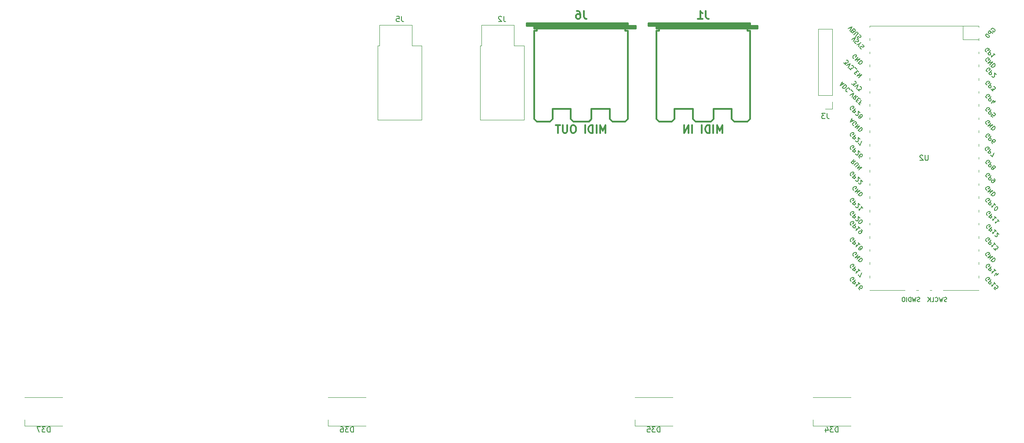
<source format=gbr>
%TF.GenerationSoftware,KiCad,Pcbnew,(6.0.10-0)*%
%TF.CreationDate,2022-12-28T18:35:22+01:00*%
%TF.ProjectId,seeq,73656571-2e6b-4696-9361-645f70636258,rev?*%
%TF.SameCoordinates,Original*%
%TF.FileFunction,Legend,Bot*%
%TF.FilePolarity,Positive*%
%FSLAX46Y46*%
G04 Gerber Fmt 4.6, Leading zero omitted, Abs format (unit mm)*
G04 Created by KiCad (PCBNEW (6.0.10-0)) date 2022-12-28 18:35:22*
%MOMM*%
%LPD*%
G01*
G04 APERTURE LIST*
%ADD10C,0.150000*%
%ADD11C,0.300000*%
%ADD12C,0.120000*%
%ADD13C,0.304800*%
G04 APERTURE END LIST*
D10*
%TO.C,U2*%
X215391904Y-51522380D02*
X215391904Y-52331904D01*
X215344285Y-52427142D01*
X215296666Y-52474761D01*
X215201428Y-52522380D01*
X215010952Y-52522380D01*
X214915714Y-52474761D01*
X214868095Y-52427142D01*
X214820476Y-52331904D01*
X214820476Y-51522380D01*
X214391904Y-51617619D02*
X214344285Y-51570000D01*
X214249047Y-51522380D01*
X214010952Y-51522380D01*
X213915714Y-51570000D01*
X213868095Y-51617619D01*
X213820476Y-51712857D01*
X213820476Y-51808095D01*
X213868095Y-51950952D01*
X214439523Y-52522380D01*
X213820476Y-52522380D01*
X226743096Y-40518781D02*
X226662284Y-40491844D01*
X226581471Y-40411032D01*
X226527597Y-40303282D01*
X226527597Y-40195532D01*
X226554534Y-40114720D01*
X226635346Y-39980033D01*
X226716158Y-39899221D01*
X226850845Y-39818409D01*
X226931658Y-39791471D01*
X227039407Y-39791471D01*
X227147157Y-39845346D01*
X227201032Y-39899221D01*
X227254906Y-40006971D01*
X227254906Y-40060845D01*
X227066345Y-40249407D01*
X226958595Y-40141658D01*
X227551218Y-40249407D02*
X226985532Y-40815093D01*
X227201032Y-41030592D01*
X227281844Y-41057529D01*
X227335719Y-41057529D01*
X227416531Y-41030592D01*
X227497343Y-40949780D01*
X227524280Y-40868967D01*
X227524280Y-40815093D01*
X227497343Y-40734280D01*
X227281844Y-40518781D01*
X227982216Y-41434653D02*
X228359340Y-41057529D01*
X227632030Y-41515465D02*
X227901404Y-40976717D01*
X228251590Y-41326903D01*
X200619722Y-60579407D02*
X200538910Y-60552470D01*
X200458097Y-60471658D01*
X200404223Y-60363908D01*
X200404223Y-60256158D01*
X200431160Y-60175346D01*
X200511972Y-60040659D01*
X200592784Y-59959847D01*
X200727471Y-59879035D01*
X200808284Y-59852097D01*
X200916033Y-59852097D01*
X201023783Y-59905972D01*
X201077658Y-59959847D01*
X201131532Y-60067597D01*
X201131532Y-60121471D01*
X200942971Y-60310033D01*
X200835221Y-60202284D01*
X201427844Y-60310033D02*
X200862158Y-60875719D01*
X201077658Y-61091218D01*
X201158470Y-61118155D01*
X201212345Y-61118155D01*
X201293157Y-61091218D01*
X201373969Y-61010406D01*
X201400906Y-60929593D01*
X201400906Y-60875719D01*
X201373969Y-60794906D01*
X201158470Y-60579407D01*
X201454781Y-61360592D02*
X201454781Y-61414467D01*
X201481719Y-61495279D01*
X201616406Y-61629966D01*
X201697218Y-61656903D01*
X201751093Y-61656903D01*
X201831905Y-61629966D01*
X201885780Y-61576091D01*
X201939654Y-61468341D01*
X201939654Y-60821844D01*
X202289841Y-61172030D01*
X202828589Y-61710778D02*
X202505340Y-61387529D01*
X202666964Y-61549154D02*
X202101279Y-62114839D01*
X202128216Y-61980152D01*
X202128216Y-61872402D01*
X202101279Y-61791590D01*
X226743096Y-55758781D02*
X226662284Y-55731844D01*
X226581471Y-55651032D01*
X226527597Y-55543282D01*
X226527597Y-55435532D01*
X226554534Y-55354720D01*
X226635346Y-55220033D01*
X226716158Y-55139221D01*
X226850845Y-55058409D01*
X226931658Y-55031471D01*
X227039407Y-55031471D01*
X227147157Y-55085346D01*
X227201032Y-55139221D01*
X227254906Y-55246971D01*
X227254906Y-55300845D01*
X227066345Y-55489407D01*
X226958595Y-55381658D01*
X227551218Y-55489407D02*
X226985532Y-56055093D01*
X227201032Y-56270592D01*
X227281844Y-56297529D01*
X227335719Y-56297529D01*
X227416531Y-56270592D01*
X227497343Y-56189780D01*
X227524280Y-56108967D01*
X227524280Y-56055093D01*
X227497343Y-55974280D01*
X227281844Y-55758781D01*
X228143841Y-56082030D02*
X228251590Y-56189780D01*
X228278528Y-56270592D01*
X228278528Y-56324467D01*
X228251590Y-56459154D01*
X228170778Y-56593841D01*
X227955279Y-56809340D01*
X227874467Y-56836277D01*
X227820592Y-56836277D01*
X227739780Y-56809340D01*
X227632030Y-56701590D01*
X227605093Y-56620778D01*
X227605093Y-56566903D01*
X227632030Y-56486091D01*
X227766717Y-56351404D01*
X227847529Y-56324467D01*
X227901404Y-56324467D01*
X227982216Y-56351404D01*
X228089966Y-56459154D01*
X228116903Y-56539966D01*
X228116903Y-56593841D01*
X228089966Y-56674653D01*
X201468375Y-52666564D02*
X201010439Y-52747377D01*
X201145126Y-52343316D02*
X200579441Y-52909001D01*
X200794940Y-53124500D01*
X200875752Y-53151438D01*
X200929627Y-53151438D01*
X201010439Y-53124500D01*
X201091251Y-53043688D01*
X201118189Y-52962876D01*
X201118189Y-52909001D01*
X201091251Y-52828189D01*
X200875752Y-52612690D01*
X201145126Y-53474687D02*
X201603062Y-53016751D01*
X201683874Y-52989813D01*
X201737749Y-52989813D01*
X201818561Y-53016751D01*
X201926311Y-53124500D01*
X201953248Y-53205312D01*
X201953248Y-53259187D01*
X201926311Y-53339999D01*
X201468375Y-53797935D01*
X202303435Y-53501624D02*
X201737749Y-54067309D01*
X202626683Y-53824873D01*
X202060998Y-54390558D01*
X226716158Y-58271844D02*
X226635346Y-58244906D01*
X226554534Y-58164094D01*
X226500659Y-58056345D01*
X226500659Y-57948595D01*
X226527597Y-57867783D01*
X226608409Y-57733096D01*
X226689221Y-57652284D01*
X226823908Y-57571471D01*
X226904720Y-57544534D01*
X227012470Y-57544534D01*
X227120219Y-57598409D01*
X227174094Y-57652284D01*
X227227969Y-57760033D01*
X227227969Y-57813908D01*
X227039407Y-58002470D01*
X226931658Y-57894720D01*
X227524280Y-58002470D02*
X226958595Y-58568155D01*
X227847529Y-58325719D01*
X227281844Y-58891404D01*
X228116903Y-58595093D02*
X227551218Y-59160778D01*
X227685905Y-59295465D01*
X227793654Y-59349340D01*
X227901404Y-59349340D01*
X227982216Y-59322402D01*
X228116903Y-59241590D01*
X228197715Y-59160778D01*
X228278528Y-59026091D01*
X228305465Y-58945279D01*
X228305465Y-58837529D01*
X228251590Y-58729780D01*
X228116903Y-58595093D01*
X201116158Y-32871844D02*
X201035346Y-32844906D01*
X200954534Y-32764094D01*
X200900659Y-32656345D01*
X200900659Y-32548595D01*
X200927597Y-32467783D01*
X201008409Y-32333096D01*
X201089221Y-32252284D01*
X201223908Y-32171471D01*
X201304720Y-32144534D01*
X201412470Y-32144534D01*
X201520219Y-32198409D01*
X201574094Y-32252284D01*
X201627969Y-32360033D01*
X201627969Y-32413908D01*
X201439407Y-32602470D01*
X201331658Y-32494720D01*
X201924280Y-32602470D02*
X201358595Y-33168155D01*
X202247529Y-32925719D01*
X201681844Y-33491404D01*
X202516903Y-33195093D02*
X201951218Y-33760778D01*
X202085905Y-33895465D01*
X202193654Y-33949340D01*
X202301404Y-33949340D01*
X202382216Y-33922402D01*
X202516903Y-33841590D01*
X202597715Y-33760778D01*
X202678528Y-33626091D01*
X202705465Y-33545279D01*
X202705465Y-33437529D01*
X202651590Y-33329780D01*
X202516903Y-33195093D01*
X226873722Y-63109407D02*
X226792910Y-63082470D01*
X226712097Y-63001658D01*
X226658223Y-62893908D01*
X226658223Y-62786158D01*
X226685160Y-62705346D01*
X226765972Y-62570659D01*
X226846784Y-62489847D01*
X226981471Y-62409035D01*
X227062284Y-62382097D01*
X227170033Y-62382097D01*
X227277783Y-62435972D01*
X227331658Y-62489847D01*
X227385532Y-62597597D01*
X227385532Y-62651471D01*
X227196971Y-62840033D01*
X227089221Y-62732284D01*
X227681844Y-62840033D02*
X227116158Y-63405719D01*
X227331658Y-63621218D01*
X227412470Y-63648155D01*
X227466345Y-63648155D01*
X227547157Y-63621218D01*
X227627969Y-63540406D01*
X227654906Y-63459593D01*
X227654906Y-63405719D01*
X227627969Y-63324906D01*
X227412470Y-63109407D01*
X228543841Y-63702030D02*
X228220592Y-63378781D01*
X228382216Y-63540406D02*
X227816531Y-64106091D01*
X227843468Y-63971404D01*
X227843468Y-63863654D01*
X227816531Y-63782842D01*
X229082589Y-64240778D02*
X228759340Y-63917529D01*
X228920964Y-64079154D02*
X228355279Y-64644839D01*
X228382216Y-64510152D01*
X228382216Y-64402402D01*
X228355279Y-64321590D01*
X199152131Y-33711691D02*
X199502317Y-34061877D01*
X199529255Y-33657816D01*
X199610067Y-33738629D01*
X199690879Y-33765566D01*
X199744754Y-33765566D01*
X199825566Y-33738629D01*
X199960253Y-33603942D01*
X199987190Y-33523129D01*
X199987190Y-33469255D01*
X199960253Y-33388442D01*
X199798629Y-33226818D01*
X199717816Y-33199881D01*
X199663942Y-33199881D01*
X199663942Y-34223502D02*
X200418189Y-33846378D01*
X200041065Y-34600625D01*
X200175752Y-34735312D02*
X200525938Y-35085499D01*
X200552876Y-34681438D01*
X200633688Y-34762250D01*
X200714500Y-34789187D01*
X200768375Y-34789187D01*
X200849187Y-34762250D01*
X200983874Y-34627563D01*
X201010812Y-34546751D01*
X201010812Y-34492876D01*
X200983874Y-34412064D01*
X200822250Y-34250439D01*
X200741438Y-34223502D01*
X200687563Y-34223502D01*
X201253248Y-34573688D02*
X201684247Y-35004687D01*
X201468748Y-35489560D02*
X201657309Y-35678122D01*
X202034433Y-35462622D02*
X201765059Y-35193248D01*
X201199374Y-35758934D01*
X201468748Y-36028308D01*
X202276870Y-35705059D02*
X201711184Y-36270744D01*
X202600118Y-36028308D01*
X202034433Y-36593993D01*
X201116158Y-58271844D02*
X201035346Y-58244906D01*
X200954534Y-58164094D01*
X200900659Y-58056345D01*
X200900659Y-57948595D01*
X200927597Y-57867783D01*
X201008409Y-57733096D01*
X201089221Y-57652284D01*
X201223908Y-57571471D01*
X201304720Y-57544534D01*
X201412470Y-57544534D01*
X201520219Y-57598409D01*
X201574094Y-57652284D01*
X201627969Y-57760033D01*
X201627969Y-57813908D01*
X201439407Y-58002470D01*
X201331658Y-57894720D01*
X201924280Y-58002470D02*
X201358595Y-58568155D01*
X202247529Y-58325719D01*
X201681844Y-58891404D01*
X202516903Y-58595093D02*
X201951218Y-59160778D01*
X202085905Y-59295465D01*
X202193654Y-59349340D01*
X202301404Y-59349340D01*
X202382216Y-59322402D01*
X202516903Y-59241590D01*
X202597715Y-59160778D01*
X202678528Y-59026091D01*
X202705465Y-58945279D01*
X202705465Y-58837529D01*
X202651590Y-58729780D01*
X202516903Y-58595093D01*
X200619722Y-73269407D02*
X200538910Y-73242470D01*
X200458097Y-73161658D01*
X200404223Y-73053908D01*
X200404223Y-72946158D01*
X200431160Y-72865346D01*
X200511972Y-72730659D01*
X200592784Y-72649847D01*
X200727471Y-72569035D01*
X200808284Y-72542097D01*
X200916033Y-72542097D01*
X201023783Y-72595972D01*
X201077658Y-72649847D01*
X201131532Y-72757597D01*
X201131532Y-72811471D01*
X200942971Y-73000033D01*
X200835221Y-72892284D01*
X201427844Y-73000033D02*
X200862158Y-73565719D01*
X201077658Y-73781218D01*
X201158470Y-73808155D01*
X201212345Y-73808155D01*
X201293157Y-73781218D01*
X201373969Y-73700406D01*
X201400906Y-73619593D01*
X201400906Y-73565719D01*
X201373969Y-73484906D01*
X201158470Y-73269407D01*
X202289841Y-73862030D02*
X201966592Y-73538781D01*
X202128216Y-73700406D02*
X201562531Y-74266091D01*
X201589468Y-74131404D01*
X201589468Y-74023654D01*
X201562531Y-73942842D01*
X201912717Y-74616277D02*
X202289841Y-74993401D01*
X202613089Y-74185279D01*
X226873722Y-65649407D02*
X226792910Y-65622470D01*
X226712097Y-65541658D01*
X226658223Y-65433908D01*
X226658223Y-65326158D01*
X226685160Y-65245346D01*
X226765972Y-65110659D01*
X226846784Y-65029847D01*
X226981471Y-64949035D01*
X227062284Y-64922097D01*
X227170033Y-64922097D01*
X227277783Y-64975972D01*
X227331658Y-65029847D01*
X227385532Y-65137597D01*
X227385532Y-65191471D01*
X227196971Y-65380033D01*
X227089221Y-65272284D01*
X227681844Y-65380033D02*
X227116158Y-65945719D01*
X227331658Y-66161218D01*
X227412470Y-66188155D01*
X227466345Y-66188155D01*
X227547157Y-66161218D01*
X227627969Y-66080406D01*
X227654906Y-65999593D01*
X227654906Y-65945719D01*
X227627969Y-65864906D01*
X227412470Y-65649407D01*
X228543841Y-66242030D02*
X228220592Y-65918781D01*
X228382216Y-66080406D02*
X227816531Y-66646091D01*
X227843468Y-66511404D01*
X227843468Y-66403654D01*
X227816531Y-66322842D01*
X228247529Y-66969340D02*
X228247529Y-67023215D01*
X228274467Y-67104027D01*
X228409154Y-67238714D01*
X228489966Y-67265651D01*
X228543841Y-67265651D01*
X228624653Y-67238714D01*
X228678528Y-67184839D01*
X228732402Y-67077089D01*
X228732402Y-66430592D01*
X229082589Y-66780778D01*
X226743096Y-37978781D02*
X226662284Y-37951844D01*
X226581471Y-37871032D01*
X226527597Y-37763282D01*
X226527597Y-37655532D01*
X226554534Y-37574720D01*
X226635346Y-37440033D01*
X226716158Y-37359221D01*
X226850845Y-37278409D01*
X226931658Y-37251471D01*
X227039407Y-37251471D01*
X227147157Y-37305346D01*
X227201032Y-37359221D01*
X227254906Y-37466971D01*
X227254906Y-37520845D01*
X227066345Y-37709407D01*
X226958595Y-37601658D01*
X227551218Y-37709407D02*
X226985532Y-38275093D01*
X227201032Y-38490592D01*
X227281844Y-38517529D01*
X227335719Y-38517529D01*
X227416531Y-38490592D01*
X227497343Y-38409780D01*
X227524280Y-38328967D01*
X227524280Y-38275093D01*
X227497343Y-38194280D01*
X227281844Y-37978781D01*
X227497343Y-38786903D02*
X227847529Y-39137089D01*
X227874467Y-38733028D01*
X227955279Y-38813841D01*
X228036091Y-38840778D01*
X228089966Y-38840778D01*
X228170778Y-38813841D01*
X228305465Y-38679154D01*
X228332402Y-38598341D01*
X228332402Y-38544467D01*
X228305465Y-38463654D01*
X228143841Y-38302030D01*
X228063028Y-38275093D01*
X228009154Y-38275093D01*
X226843096Y-35438781D02*
X226762284Y-35411844D01*
X226681471Y-35331032D01*
X226627597Y-35223282D01*
X226627597Y-35115532D01*
X226654534Y-35034720D01*
X226735346Y-34900033D01*
X226816158Y-34819221D01*
X226950845Y-34738409D01*
X227031658Y-34711471D01*
X227139407Y-34711471D01*
X227247157Y-34765346D01*
X227301032Y-34819221D01*
X227354906Y-34926971D01*
X227354906Y-34980845D01*
X227166345Y-35169407D01*
X227058595Y-35061658D01*
X227651218Y-35169407D02*
X227085532Y-35735093D01*
X227301032Y-35950592D01*
X227381844Y-35977529D01*
X227435719Y-35977529D01*
X227516531Y-35950592D01*
X227597343Y-35869780D01*
X227624280Y-35788967D01*
X227624280Y-35735093D01*
X227597343Y-35654280D01*
X227381844Y-35438781D01*
X227678155Y-36219966D02*
X227678155Y-36273841D01*
X227705093Y-36354653D01*
X227839780Y-36489340D01*
X227920592Y-36516277D01*
X227974467Y-36516277D01*
X228055279Y-36489340D01*
X228109154Y-36435465D01*
X228163028Y-36327715D01*
X228163028Y-35681218D01*
X228513215Y-36031404D01*
X226773722Y-73269407D02*
X226692910Y-73242470D01*
X226612097Y-73161658D01*
X226558223Y-73053908D01*
X226558223Y-72946158D01*
X226585160Y-72865346D01*
X226665972Y-72730659D01*
X226746784Y-72649847D01*
X226881471Y-72569035D01*
X226962284Y-72542097D01*
X227070033Y-72542097D01*
X227177783Y-72595972D01*
X227231658Y-72649847D01*
X227285532Y-72757597D01*
X227285532Y-72811471D01*
X227096971Y-73000033D01*
X226989221Y-72892284D01*
X227581844Y-73000033D02*
X227016158Y-73565719D01*
X227231658Y-73781218D01*
X227312470Y-73808155D01*
X227366345Y-73808155D01*
X227447157Y-73781218D01*
X227527969Y-73700406D01*
X227554906Y-73619593D01*
X227554906Y-73565719D01*
X227527969Y-73484906D01*
X227312470Y-73269407D01*
X228443841Y-73862030D02*
X228120592Y-73538781D01*
X228282216Y-73700406D02*
X227716531Y-74266091D01*
X227743468Y-74131404D01*
X227743468Y-74023654D01*
X227716531Y-73942842D01*
X228551590Y-74724027D02*
X228928714Y-74346903D01*
X228201404Y-74804839D02*
X228470778Y-74266091D01*
X228820964Y-74616277D01*
X226743096Y-48138781D02*
X226662284Y-48111844D01*
X226581471Y-48031032D01*
X226527597Y-47923282D01*
X226527597Y-47815532D01*
X226554534Y-47734720D01*
X226635346Y-47600033D01*
X226716158Y-47519221D01*
X226850845Y-47438409D01*
X226931658Y-47411471D01*
X227039407Y-47411471D01*
X227147157Y-47465346D01*
X227201032Y-47519221D01*
X227254906Y-47626971D01*
X227254906Y-47680845D01*
X227066345Y-47869407D01*
X226958595Y-47761658D01*
X227551218Y-47869407D02*
X226985532Y-48435093D01*
X227201032Y-48650592D01*
X227281844Y-48677529D01*
X227335719Y-48677529D01*
X227416531Y-48650592D01*
X227497343Y-48569780D01*
X227524280Y-48488967D01*
X227524280Y-48435093D01*
X227497343Y-48354280D01*
X227281844Y-48138781D01*
X227793654Y-49243215D02*
X227685905Y-49135465D01*
X227658967Y-49054653D01*
X227658967Y-49000778D01*
X227685905Y-48866091D01*
X227766717Y-48731404D01*
X227982216Y-48515905D01*
X228063028Y-48488967D01*
X228116903Y-48488967D01*
X228197715Y-48515905D01*
X228305465Y-48623654D01*
X228332402Y-48704467D01*
X228332402Y-48758341D01*
X228305465Y-48839154D01*
X228170778Y-48973841D01*
X228089966Y-49000778D01*
X228036091Y-49000778D01*
X227955279Y-48973841D01*
X227847529Y-48866091D01*
X227820592Y-48785279D01*
X227820592Y-48731404D01*
X227847529Y-48650592D01*
X226643096Y-31628781D02*
X226562284Y-31601844D01*
X226481471Y-31521032D01*
X226427597Y-31413282D01*
X226427597Y-31305532D01*
X226454534Y-31224720D01*
X226535346Y-31090033D01*
X226616158Y-31009221D01*
X226750845Y-30928409D01*
X226831658Y-30901471D01*
X226939407Y-30901471D01*
X227047157Y-30955346D01*
X227101032Y-31009221D01*
X227154906Y-31116971D01*
X227154906Y-31170845D01*
X226966345Y-31359407D01*
X226858595Y-31251658D01*
X227451218Y-31359407D02*
X226885532Y-31925093D01*
X227101032Y-32140592D01*
X227181844Y-32167529D01*
X227235719Y-32167529D01*
X227316531Y-32140592D01*
X227397343Y-32059780D01*
X227424280Y-31978967D01*
X227424280Y-31925093D01*
X227397343Y-31844280D01*
X227181844Y-31628781D01*
X228313215Y-32221404D02*
X227989966Y-31898155D01*
X228151590Y-32059780D02*
X227585905Y-32625465D01*
X227612842Y-32490778D01*
X227612842Y-32383028D01*
X227585905Y-32302216D01*
X226727722Y-68189407D02*
X226646910Y-68162470D01*
X226566097Y-68081658D01*
X226512223Y-67973908D01*
X226512223Y-67866158D01*
X226539160Y-67785346D01*
X226619972Y-67650659D01*
X226700784Y-67569847D01*
X226835471Y-67489035D01*
X226916284Y-67462097D01*
X227024033Y-67462097D01*
X227131783Y-67515972D01*
X227185658Y-67569847D01*
X227239532Y-67677597D01*
X227239532Y-67731471D01*
X227050971Y-67920033D01*
X226943221Y-67812284D01*
X227535844Y-67920033D02*
X226970158Y-68485719D01*
X227185658Y-68701218D01*
X227266470Y-68728155D01*
X227320345Y-68728155D01*
X227401157Y-68701218D01*
X227481969Y-68620406D01*
X227508906Y-68539593D01*
X227508906Y-68485719D01*
X227481969Y-68404906D01*
X227266470Y-68189407D01*
X228397841Y-68782030D02*
X228074592Y-68458781D01*
X228236216Y-68620406D02*
X227670531Y-69186091D01*
X227697468Y-69051404D01*
X227697468Y-68943654D01*
X227670531Y-68862842D01*
X228020717Y-69536277D02*
X228370903Y-69886463D01*
X228397841Y-69482402D01*
X228478653Y-69563215D01*
X228559465Y-69590152D01*
X228613340Y-69590152D01*
X228694152Y-69563215D01*
X228828839Y-69428528D01*
X228855776Y-69347715D01*
X228855776Y-69293841D01*
X228828839Y-69213028D01*
X228667215Y-69051404D01*
X228586402Y-69024467D01*
X228532528Y-69024467D01*
X226716158Y-45571844D02*
X226635346Y-45544906D01*
X226554534Y-45464094D01*
X226500659Y-45356345D01*
X226500659Y-45248595D01*
X226527597Y-45167783D01*
X226608409Y-45033096D01*
X226689221Y-44952284D01*
X226823908Y-44871471D01*
X226904720Y-44844534D01*
X227012470Y-44844534D01*
X227120219Y-44898409D01*
X227174094Y-44952284D01*
X227227969Y-45060033D01*
X227227969Y-45113908D01*
X227039407Y-45302470D01*
X226931658Y-45194720D01*
X227524280Y-45302470D02*
X226958595Y-45868155D01*
X227847529Y-45625719D01*
X227281844Y-46191404D01*
X228116903Y-45895093D02*
X227551218Y-46460778D01*
X227685905Y-46595465D01*
X227793654Y-46649340D01*
X227901404Y-46649340D01*
X227982216Y-46622402D01*
X228116903Y-46541590D01*
X228197715Y-46460778D01*
X228278528Y-46326091D01*
X228305465Y-46245279D01*
X228305465Y-46137529D01*
X228251590Y-46029780D01*
X228116903Y-45895093D01*
X200619722Y-68189407D02*
X200538910Y-68162470D01*
X200458097Y-68081658D01*
X200404223Y-67973908D01*
X200404223Y-67866158D01*
X200431160Y-67785346D01*
X200511972Y-67650659D01*
X200592784Y-67569847D01*
X200727471Y-67489035D01*
X200808284Y-67462097D01*
X200916033Y-67462097D01*
X201023783Y-67515972D01*
X201077658Y-67569847D01*
X201131532Y-67677597D01*
X201131532Y-67731471D01*
X200942971Y-67920033D01*
X200835221Y-67812284D01*
X201427844Y-67920033D02*
X200862158Y-68485719D01*
X201077658Y-68701218D01*
X201158470Y-68728155D01*
X201212345Y-68728155D01*
X201293157Y-68701218D01*
X201373969Y-68620406D01*
X201400906Y-68539593D01*
X201400906Y-68485719D01*
X201373969Y-68404906D01*
X201158470Y-68189407D01*
X202289841Y-68782030D02*
X201966592Y-68458781D01*
X202128216Y-68620406D02*
X201562531Y-69186091D01*
X201589468Y-69051404D01*
X201589468Y-68943654D01*
X201562531Y-68862842D01*
X202289841Y-69428528D02*
X202209028Y-69401590D01*
X202155154Y-69401590D01*
X202074341Y-69428528D01*
X202047404Y-69455465D01*
X202020467Y-69536277D01*
X202020467Y-69590152D01*
X202047404Y-69670964D01*
X202155154Y-69778714D01*
X202235966Y-69805651D01*
X202289841Y-69805651D01*
X202370653Y-69778714D01*
X202397590Y-69751776D01*
X202424528Y-69670964D01*
X202424528Y-69617089D01*
X202397590Y-69536277D01*
X202289841Y-69428528D01*
X202262903Y-69347715D01*
X202262903Y-69293841D01*
X202289841Y-69213028D01*
X202397590Y-69105279D01*
X202478402Y-69078341D01*
X202532277Y-69078341D01*
X202613089Y-69105279D01*
X202720839Y-69213028D01*
X202747776Y-69293841D01*
X202747776Y-69347715D01*
X202720839Y-69428528D01*
X202613089Y-69536277D01*
X202532277Y-69563215D01*
X202478402Y-69563215D01*
X202397590Y-69536277D01*
X198784788Y-37536226D02*
X199054162Y-37805600D01*
X198892537Y-37320727D02*
X198515414Y-38074974D01*
X199269661Y-37697850D01*
X199458223Y-37886412D02*
X198892537Y-38452097D01*
X199027224Y-38586784D01*
X199134974Y-38640659D01*
X199242723Y-38640659D01*
X199323536Y-38613722D01*
X199458223Y-38532910D01*
X199539035Y-38452097D01*
X199619847Y-38317410D01*
X199646784Y-38236598D01*
X199646784Y-38128849D01*
X199592910Y-38021099D01*
X199458223Y-37886412D01*
X200293282Y-38829221D02*
X200293282Y-38775346D01*
X200239407Y-38667597D01*
X200185532Y-38613722D01*
X200077783Y-38559847D01*
X199970033Y-38559847D01*
X199889221Y-38586784D01*
X199754534Y-38667597D01*
X199673722Y-38748409D01*
X199592910Y-38883096D01*
X199565972Y-38963908D01*
X199565972Y-39071658D01*
X199619847Y-39179407D01*
X199673722Y-39233282D01*
X199781471Y-39287157D01*
X199835346Y-39287157D01*
X200508781Y-38829221D02*
X200939780Y-39260219D01*
X200374094Y-39933654D02*
X201128341Y-39556531D01*
X200751218Y-40310778D01*
X201828714Y-40256903D02*
X201370778Y-40337715D01*
X201505465Y-39933654D02*
X200939780Y-40499340D01*
X201155279Y-40714839D01*
X201236091Y-40741776D01*
X201289966Y-40741776D01*
X201370778Y-40714839D01*
X201451590Y-40634027D01*
X201478528Y-40553215D01*
X201478528Y-40499340D01*
X201451590Y-40418528D01*
X201236091Y-40203028D01*
X201774839Y-40795651D02*
X201963401Y-40984213D01*
X202340524Y-40768714D02*
X202071150Y-40499340D01*
X201505465Y-41065025D01*
X201774839Y-41334399D01*
X202475211Y-41496024D02*
X202286650Y-41307462D01*
X202582961Y-41011150D02*
X202017276Y-41576836D01*
X202286650Y-41846210D01*
X200619722Y-50409407D02*
X200538910Y-50382470D01*
X200458097Y-50301658D01*
X200404223Y-50193908D01*
X200404223Y-50086158D01*
X200431160Y-50005346D01*
X200511972Y-49870659D01*
X200592784Y-49789847D01*
X200727471Y-49709035D01*
X200808284Y-49682097D01*
X200916033Y-49682097D01*
X201023783Y-49735972D01*
X201077658Y-49789847D01*
X201131532Y-49897597D01*
X201131532Y-49951471D01*
X200942971Y-50140033D01*
X200835221Y-50032284D01*
X201427844Y-50140033D02*
X200862158Y-50705719D01*
X201077658Y-50921218D01*
X201158470Y-50948155D01*
X201212345Y-50948155D01*
X201293157Y-50921218D01*
X201373969Y-50840406D01*
X201400906Y-50759593D01*
X201400906Y-50705719D01*
X201373969Y-50624906D01*
X201158470Y-50409407D01*
X201454781Y-51190592D02*
X201454781Y-51244467D01*
X201481719Y-51325279D01*
X201616406Y-51459966D01*
X201697218Y-51486903D01*
X201751093Y-51486903D01*
X201831905Y-51459966D01*
X201885780Y-51406091D01*
X201939654Y-51298341D01*
X201939654Y-50651844D01*
X202289841Y-51002030D01*
X202209028Y-52052589D02*
X202101279Y-51944839D01*
X202074341Y-51864027D01*
X202074341Y-51810152D01*
X202101279Y-51675465D01*
X202182091Y-51540778D01*
X202397590Y-51325279D01*
X202478402Y-51298341D01*
X202532277Y-51298341D01*
X202613089Y-51325279D01*
X202720839Y-51433028D01*
X202747776Y-51513841D01*
X202747776Y-51567715D01*
X202720839Y-51648528D01*
X202586152Y-51783215D01*
X202505340Y-51810152D01*
X202451465Y-51810152D01*
X202370653Y-51783215D01*
X202262903Y-51675465D01*
X202235966Y-51594653D01*
X202235966Y-51540778D01*
X202262903Y-51459966D01*
X213785238Y-79698809D02*
X213670952Y-79736904D01*
X213480476Y-79736904D01*
X213404285Y-79698809D01*
X213366190Y-79660714D01*
X213328095Y-79584523D01*
X213328095Y-79508333D01*
X213366190Y-79432142D01*
X213404285Y-79394047D01*
X213480476Y-79355952D01*
X213632857Y-79317857D01*
X213709047Y-79279761D01*
X213747142Y-79241666D01*
X213785238Y-79165476D01*
X213785238Y-79089285D01*
X213747142Y-79013095D01*
X213709047Y-78975000D01*
X213632857Y-78936904D01*
X213442380Y-78936904D01*
X213328095Y-78975000D01*
X213061428Y-78936904D02*
X212870952Y-79736904D01*
X212718571Y-79165476D01*
X212566190Y-79736904D01*
X212375714Y-78936904D01*
X212070952Y-79736904D02*
X212070952Y-78936904D01*
X211880476Y-78936904D01*
X211766190Y-78975000D01*
X211690000Y-79051190D01*
X211651904Y-79127380D01*
X211613809Y-79279761D01*
X211613809Y-79394047D01*
X211651904Y-79546428D01*
X211690000Y-79622619D01*
X211766190Y-79698809D01*
X211880476Y-79736904D01*
X212070952Y-79736904D01*
X211270952Y-79736904D02*
X211270952Y-78936904D01*
X210737619Y-78936904D02*
X210585238Y-78936904D01*
X210509047Y-78975000D01*
X210432857Y-79051190D01*
X210394761Y-79203571D01*
X210394761Y-79470238D01*
X210432857Y-79622619D01*
X210509047Y-79698809D01*
X210585238Y-79736904D01*
X210737619Y-79736904D01*
X210813809Y-79698809D01*
X210890000Y-79622619D01*
X210928095Y-79470238D01*
X210928095Y-79203571D01*
X210890000Y-79051190D01*
X210813809Y-78975000D01*
X210737619Y-78936904D01*
X200619722Y-42789407D02*
X200538910Y-42762470D01*
X200458097Y-42681658D01*
X200404223Y-42573908D01*
X200404223Y-42466158D01*
X200431160Y-42385346D01*
X200511972Y-42250659D01*
X200592784Y-42169847D01*
X200727471Y-42089035D01*
X200808284Y-42062097D01*
X200916033Y-42062097D01*
X201023783Y-42115972D01*
X201077658Y-42169847D01*
X201131532Y-42277597D01*
X201131532Y-42331471D01*
X200942971Y-42520033D01*
X200835221Y-42412284D01*
X201427844Y-42520033D02*
X200862158Y-43085719D01*
X201077658Y-43301218D01*
X201158470Y-43328155D01*
X201212345Y-43328155D01*
X201293157Y-43301218D01*
X201373969Y-43220406D01*
X201400906Y-43139593D01*
X201400906Y-43085719D01*
X201373969Y-43004906D01*
X201158470Y-42789407D01*
X201454781Y-43570592D02*
X201454781Y-43624467D01*
X201481719Y-43705279D01*
X201616406Y-43839966D01*
X201697218Y-43866903D01*
X201751093Y-43866903D01*
X201831905Y-43839966D01*
X201885780Y-43786091D01*
X201939654Y-43678341D01*
X201939654Y-43031844D01*
X202289841Y-43382030D01*
X202289841Y-44028528D02*
X202209028Y-44001590D01*
X202155154Y-44001590D01*
X202074341Y-44028528D01*
X202047404Y-44055465D01*
X202020467Y-44136277D01*
X202020467Y-44190152D01*
X202047404Y-44270964D01*
X202155154Y-44378714D01*
X202235966Y-44405651D01*
X202289841Y-44405651D01*
X202370653Y-44378714D01*
X202397590Y-44351776D01*
X202424528Y-44270964D01*
X202424528Y-44217089D01*
X202397590Y-44136277D01*
X202289841Y-44028528D01*
X202262903Y-43947715D01*
X202262903Y-43893841D01*
X202289841Y-43813028D01*
X202397590Y-43705279D01*
X202478402Y-43678341D01*
X202532277Y-43678341D01*
X202613089Y-43705279D01*
X202720839Y-43813028D01*
X202747776Y-43893841D01*
X202747776Y-43947715D01*
X202720839Y-44028528D01*
X202613089Y-44136277D01*
X202532277Y-44163215D01*
X202478402Y-44163215D01*
X202397590Y-44136277D01*
X199983129Y-27142690D02*
X200737377Y-26765566D01*
X200360253Y-27519813D01*
X201006751Y-27627563D02*
X201114500Y-27681438D01*
X201168375Y-27681438D01*
X201249187Y-27654500D01*
X201330000Y-27573688D01*
X201356937Y-27492876D01*
X201356937Y-27439001D01*
X201330000Y-27358189D01*
X201114500Y-27142690D01*
X200548815Y-27708375D01*
X200737377Y-27896937D01*
X200818189Y-27923874D01*
X200872064Y-27923874D01*
X200952876Y-27896937D01*
X201006751Y-27843062D01*
X201033688Y-27762250D01*
X201033688Y-27708375D01*
X201006751Y-27627563D01*
X200818189Y-27439001D01*
X201114500Y-28274061D02*
X201572436Y-27816125D01*
X201653248Y-27789187D01*
X201707123Y-27789187D01*
X201787935Y-27816125D01*
X201895685Y-27923874D01*
X201922622Y-28004687D01*
X201922622Y-28058561D01*
X201895685Y-28139374D01*
X201437749Y-28597309D01*
X202218934Y-28300998D02*
X202326683Y-28354873D01*
X202461370Y-28489560D01*
X202488308Y-28570372D01*
X202488308Y-28624247D01*
X202461370Y-28705059D01*
X202407496Y-28758934D01*
X202326683Y-28785871D01*
X202272809Y-28785871D01*
X202191996Y-28758934D01*
X202057309Y-28678122D01*
X201976497Y-28651184D01*
X201922622Y-28651184D01*
X201841810Y-28678122D01*
X201787935Y-28731996D01*
X201760998Y-28812809D01*
X201760998Y-28866683D01*
X201787935Y-28947496D01*
X201922622Y-29082183D01*
X202030372Y-29136057D01*
X200619722Y-47879407D02*
X200538910Y-47852470D01*
X200458097Y-47771658D01*
X200404223Y-47663908D01*
X200404223Y-47556158D01*
X200431160Y-47475346D01*
X200511972Y-47340659D01*
X200592784Y-47259847D01*
X200727471Y-47179035D01*
X200808284Y-47152097D01*
X200916033Y-47152097D01*
X201023783Y-47205972D01*
X201077658Y-47259847D01*
X201131532Y-47367597D01*
X201131532Y-47421471D01*
X200942971Y-47610033D01*
X200835221Y-47502284D01*
X201427844Y-47610033D02*
X200862158Y-48175719D01*
X201077658Y-48391218D01*
X201158470Y-48418155D01*
X201212345Y-48418155D01*
X201293157Y-48391218D01*
X201373969Y-48310406D01*
X201400906Y-48229593D01*
X201400906Y-48175719D01*
X201373969Y-48094906D01*
X201158470Y-47879407D01*
X201454781Y-48660592D02*
X201454781Y-48714467D01*
X201481719Y-48795279D01*
X201616406Y-48929966D01*
X201697218Y-48956903D01*
X201751093Y-48956903D01*
X201831905Y-48929966D01*
X201885780Y-48876091D01*
X201939654Y-48768341D01*
X201939654Y-48121844D01*
X202289841Y-48472030D01*
X201912717Y-49226277D02*
X202289841Y-49603401D01*
X202613089Y-48795279D01*
X226727722Y-75809407D02*
X226646910Y-75782470D01*
X226566097Y-75701658D01*
X226512223Y-75593908D01*
X226512223Y-75486158D01*
X226539160Y-75405346D01*
X226619972Y-75270659D01*
X226700784Y-75189847D01*
X226835471Y-75109035D01*
X226916284Y-75082097D01*
X227024033Y-75082097D01*
X227131783Y-75135972D01*
X227185658Y-75189847D01*
X227239532Y-75297597D01*
X227239532Y-75351471D01*
X227050971Y-75540033D01*
X226943221Y-75432284D01*
X227535844Y-75540033D02*
X226970158Y-76105719D01*
X227185658Y-76321218D01*
X227266470Y-76348155D01*
X227320345Y-76348155D01*
X227401157Y-76321218D01*
X227481969Y-76240406D01*
X227508906Y-76159593D01*
X227508906Y-76105719D01*
X227481969Y-76024906D01*
X227266470Y-75809407D01*
X228397841Y-76402030D02*
X228074592Y-76078781D01*
X228236216Y-76240406D02*
X227670531Y-76806091D01*
X227697468Y-76671404D01*
X227697468Y-76563654D01*
X227670531Y-76482842D01*
X228343966Y-77479526D02*
X228074592Y-77210152D01*
X228317028Y-76913841D01*
X228317028Y-76967715D01*
X228343966Y-77048528D01*
X228478653Y-77183215D01*
X228559465Y-77210152D01*
X228613340Y-77210152D01*
X228694152Y-77183215D01*
X228828839Y-77048528D01*
X228855776Y-76967715D01*
X228855776Y-76913841D01*
X228828839Y-76833028D01*
X228694152Y-76698341D01*
X228613340Y-76671404D01*
X228559465Y-76671404D01*
X218979523Y-79698809D02*
X218865238Y-79736904D01*
X218674761Y-79736904D01*
X218598571Y-79698809D01*
X218560476Y-79660714D01*
X218522380Y-79584523D01*
X218522380Y-79508333D01*
X218560476Y-79432142D01*
X218598571Y-79394047D01*
X218674761Y-79355952D01*
X218827142Y-79317857D01*
X218903333Y-79279761D01*
X218941428Y-79241666D01*
X218979523Y-79165476D01*
X218979523Y-79089285D01*
X218941428Y-79013095D01*
X218903333Y-78975000D01*
X218827142Y-78936904D01*
X218636666Y-78936904D01*
X218522380Y-78975000D01*
X218255714Y-78936904D02*
X218065238Y-79736904D01*
X217912857Y-79165476D01*
X217760476Y-79736904D01*
X217570000Y-78936904D01*
X216808095Y-79660714D02*
X216846190Y-79698809D01*
X216960476Y-79736904D01*
X217036666Y-79736904D01*
X217150952Y-79698809D01*
X217227142Y-79622619D01*
X217265238Y-79546428D01*
X217303333Y-79394047D01*
X217303333Y-79279761D01*
X217265238Y-79127380D01*
X217227142Y-79051190D01*
X217150952Y-78975000D01*
X217036666Y-78936904D01*
X216960476Y-78936904D01*
X216846190Y-78975000D01*
X216808095Y-79013095D01*
X216084285Y-79736904D02*
X216465238Y-79736904D01*
X216465238Y-78936904D01*
X215817619Y-79736904D02*
X215817619Y-78936904D01*
X215360476Y-79736904D02*
X215703333Y-79279761D01*
X215360476Y-78936904D02*
X215817619Y-79394047D01*
X226643096Y-50648781D02*
X226562284Y-50621844D01*
X226481471Y-50541032D01*
X226427597Y-50433282D01*
X226427597Y-50325532D01*
X226454534Y-50244720D01*
X226535346Y-50110033D01*
X226616158Y-50029221D01*
X226750845Y-49948409D01*
X226831658Y-49921471D01*
X226939407Y-49921471D01*
X227047157Y-49975346D01*
X227101032Y-50029221D01*
X227154906Y-50136971D01*
X227154906Y-50190845D01*
X226966345Y-50379407D01*
X226858595Y-50271658D01*
X227451218Y-50379407D02*
X226885532Y-50945093D01*
X227101032Y-51160592D01*
X227181844Y-51187529D01*
X227235719Y-51187529D01*
X227316531Y-51160592D01*
X227397343Y-51079780D01*
X227424280Y-50998967D01*
X227424280Y-50945093D01*
X227397343Y-50864280D01*
X227181844Y-50648781D01*
X227397343Y-51456903D02*
X227774467Y-51834027D01*
X228097715Y-51025905D01*
X226727722Y-60569407D02*
X226646910Y-60542470D01*
X226566097Y-60461658D01*
X226512223Y-60353908D01*
X226512223Y-60246158D01*
X226539160Y-60165346D01*
X226619972Y-60030659D01*
X226700784Y-59949847D01*
X226835471Y-59869035D01*
X226916284Y-59842097D01*
X227024033Y-59842097D01*
X227131783Y-59895972D01*
X227185658Y-59949847D01*
X227239532Y-60057597D01*
X227239532Y-60111471D01*
X227050971Y-60300033D01*
X226943221Y-60192284D01*
X227535844Y-60300033D02*
X226970158Y-60865719D01*
X227185658Y-61081218D01*
X227266470Y-61108155D01*
X227320345Y-61108155D01*
X227401157Y-61081218D01*
X227481969Y-61000406D01*
X227508906Y-60919593D01*
X227508906Y-60865719D01*
X227481969Y-60784906D01*
X227266470Y-60569407D01*
X228397841Y-61162030D02*
X228074592Y-60838781D01*
X228236216Y-61000406D02*
X227670531Y-61566091D01*
X227697468Y-61431404D01*
X227697468Y-61323654D01*
X227670531Y-61242842D01*
X228182341Y-62077902D02*
X228236216Y-62131776D01*
X228317028Y-62158714D01*
X228370903Y-62158714D01*
X228451715Y-62131776D01*
X228586402Y-62050964D01*
X228721089Y-61916277D01*
X228801902Y-61781590D01*
X228828839Y-61700778D01*
X228828839Y-61646903D01*
X228801902Y-61566091D01*
X228748027Y-61512216D01*
X228667215Y-61485279D01*
X228613340Y-61485279D01*
X228532528Y-61512216D01*
X228397841Y-61593028D01*
X228263154Y-61727715D01*
X228182341Y-61862402D01*
X228155404Y-61943215D01*
X228155404Y-61997089D01*
X228182341Y-62077902D01*
X226743096Y-43058781D02*
X226662284Y-43031844D01*
X226581471Y-42951032D01*
X226527597Y-42843282D01*
X226527597Y-42735532D01*
X226554534Y-42654720D01*
X226635346Y-42520033D01*
X226716158Y-42439221D01*
X226850845Y-42358409D01*
X226931658Y-42331471D01*
X227039407Y-42331471D01*
X227147157Y-42385346D01*
X227201032Y-42439221D01*
X227254906Y-42546971D01*
X227254906Y-42600845D01*
X227066345Y-42789407D01*
X226958595Y-42681658D01*
X227551218Y-42789407D02*
X226985532Y-43355093D01*
X227201032Y-43570592D01*
X227281844Y-43597529D01*
X227335719Y-43597529D01*
X227416531Y-43570592D01*
X227497343Y-43489780D01*
X227524280Y-43408967D01*
X227524280Y-43355093D01*
X227497343Y-43274280D01*
X227281844Y-43058781D01*
X227820592Y-44190152D02*
X227551218Y-43920778D01*
X227793654Y-43624467D01*
X227793654Y-43678341D01*
X227820592Y-43759154D01*
X227955279Y-43893841D01*
X228036091Y-43920778D01*
X228089966Y-43920778D01*
X228170778Y-43893841D01*
X228305465Y-43759154D01*
X228332402Y-43678341D01*
X228332402Y-43624467D01*
X228305465Y-43543654D01*
X228170778Y-43408967D01*
X228089966Y-43382030D01*
X228036091Y-43382030D01*
X227551218Y-27253096D02*
X227578155Y-27172284D01*
X227658967Y-27091471D01*
X227766717Y-27037597D01*
X227874467Y-27037597D01*
X227955279Y-27064534D01*
X228089966Y-27145346D01*
X228170778Y-27226158D01*
X228251590Y-27360845D01*
X228278528Y-27441658D01*
X228278528Y-27549407D01*
X228224653Y-27657157D01*
X228170778Y-27711032D01*
X228063028Y-27764906D01*
X228009154Y-27764906D01*
X227820592Y-27576345D01*
X227928341Y-27468595D01*
X227820592Y-28061218D02*
X227254906Y-27495532D01*
X227039407Y-27711032D01*
X227012470Y-27791844D01*
X227012470Y-27845719D01*
X227039407Y-27926531D01*
X227120219Y-28007343D01*
X227201032Y-28034280D01*
X227254906Y-28034280D01*
X227335719Y-28007343D01*
X227551218Y-27791844D01*
X226581471Y-28168967D02*
X226527597Y-28222842D01*
X226500659Y-28303654D01*
X226500659Y-28357529D01*
X226527597Y-28438341D01*
X226608409Y-28573028D01*
X226743096Y-28707715D01*
X226877783Y-28788528D01*
X226958595Y-28815465D01*
X227012470Y-28815465D01*
X227093282Y-28788528D01*
X227147157Y-28734653D01*
X227174094Y-28653841D01*
X227174094Y-28599966D01*
X227147157Y-28519154D01*
X227066345Y-28384467D01*
X226931658Y-28249780D01*
X226796971Y-28168967D01*
X226716158Y-28142030D01*
X226662284Y-28142030D01*
X226581471Y-28168967D01*
X226716158Y-33506844D02*
X226635346Y-33479906D01*
X226554534Y-33399094D01*
X226500659Y-33291345D01*
X226500659Y-33183595D01*
X226527597Y-33102783D01*
X226608409Y-32968096D01*
X226689221Y-32887284D01*
X226823908Y-32806471D01*
X226904720Y-32779534D01*
X227012470Y-32779534D01*
X227120219Y-32833409D01*
X227174094Y-32887284D01*
X227227969Y-32995033D01*
X227227969Y-33048908D01*
X227039407Y-33237470D01*
X226931658Y-33129720D01*
X227524280Y-33237470D02*
X226958595Y-33803155D01*
X227847529Y-33560719D01*
X227281844Y-34126404D01*
X228116903Y-33830093D02*
X227551218Y-34395778D01*
X227685905Y-34530465D01*
X227793654Y-34584340D01*
X227901404Y-34584340D01*
X227982216Y-34557402D01*
X228116903Y-34476590D01*
X228197715Y-34395778D01*
X228278528Y-34261091D01*
X228305465Y-34180279D01*
X228305465Y-34072529D01*
X228251590Y-33964780D01*
X228116903Y-33830093D01*
X200619722Y-55489407D02*
X200538910Y-55462470D01*
X200458097Y-55381658D01*
X200404223Y-55273908D01*
X200404223Y-55166158D01*
X200431160Y-55085346D01*
X200511972Y-54950659D01*
X200592784Y-54869847D01*
X200727471Y-54789035D01*
X200808284Y-54762097D01*
X200916033Y-54762097D01*
X201023783Y-54815972D01*
X201077658Y-54869847D01*
X201131532Y-54977597D01*
X201131532Y-55031471D01*
X200942971Y-55220033D01*
X200835221Y-55112284D01*
X201427844Y-55220033D02*
X200862158Y-55785719D01*
X201077658Y-56001218D01*
X201158470Y-56028155D01*
X201212345Y-56028155D01*
X201293157Y-56001218D01*
X201373969Y-55920406D01*
X201400906Y-55839593D01*
X201400906Y-55785719D01*
X201373969Y-55704906D01*
X201158470Y-55489407D01*
X201454781Y-56270592D02*
X201454781Y-56324467D01*
X201481719Y-56405279D01*
X201616406Y-56539966D01*
X201697218Y-56566903D01*
X201751093Y-56566903D01*
X201831905Y-56539966D01*
X201885780Y-56486091D01*
X201939654Y-56378341D01*
X201939654Y-55731844D01*
X202289841Y-56082030D01*
X201993529Y-56809340D02*
X201993529Y-56863215D01*
X202020467Y-56944027D01*
X202155154Y-57078714D01*
X202235966Y-57105651D01*
X202289841Y-57105651D01*
X202370653Y-57078714D01*
X202424528Y-57024839D01*
X202478402Y-56917089D01*
X202478402Y-56270592D01*
X202828589Y-56620778D01*
X226716158Y-70971844D02*
X226635346Y-70944906D01*
X226554534Y-70864094D01*
X226500659Y-70756345D01*
X226500659Y-70648595D01*
X226527597Y-70567783D01*
X226608409Y-70433096D01*
X226689221Y-70352284D01*
X226823908Y-70271471D01*
X226904720Y-70244534D01*
X227012470Y-70244534D01*
X227120219Y-70298409D01*
X227174094Y-70352284D01*
X227227969Y-70460033D01*
X227227969Y-70513908D01*
X227039407Y-70702470D01*
X226931658Y-70594720D01*
X227524280Y-70702470D02*
X226958595Y-71268155D01*
X227847529Y-71025719D01*
X227281844Y-71591404D01*
X228116903Y-71295093D02*
X227551218Y-71860778D01*
X227685905Y-71995465D01*
X227793654Y-72049340D01*
X227901404Y-72049340D01*
X227982216Y-72022402D01*
X228116903Y-71941590D01*
X228197715Y-71860778D01*
X228278528Y-71726091D01*
X228305465Y-71645279D01*
X228305465Y-71537529D01*
X228251590Y-71429780D01*
X228116903Y-71295093D01*
X201116158Y-70971844D02*
X201035346Y-70944906D01*
X200954534Y-70864094D01*
X200900659Y-70756345D01*
X200900659Y-70648595D01*
X200927597Y-70567783D01*
X201008409Y-70433096D01*
X201089221Y-70352284D01*
X201223908Y-70271471D01*
X201304720Y-70244534D01*
X201412470Y-70244534D01*
X201520219Y-70298409D01*
X201574094Y-70352284D01*
X201627969Y-70460033D01*
X201627969Y-70513908D01*
X201439407Y-70702470D01*
X201331658Y-70594720D01*
X201924280Y-70702470D02*
X201358595Y-71268155D01*
X202247529Y-71025719D01*
X201681844Y-71591404D01*
X202516903Y-71295093D02*
X201951218Y-71860778D01*
X202085905Y-71995465D01*
X202193654Y-72049340D01*
X202301404Y-72049340D01*
X202382216Y-72022402D01*
X202516903Y-71941590D01*
X202597715Y-71860778D01*
X202678528Y-71726091D01*
X202705465Y-71645279D01*
X202705465Y-71537529D01*
X202651590Y-71429780D01*
X202516903Y-71295093D01*
X226743096Y-53218781D02*
X226662284Y-53191844D01*
X226581471Y-53111032D01*
X226527597Y-53003282D01*
X226527597Y-52895532D01*
X226554534Y-52814720D01*
X226635346Y-52680033D01*
X226716158Y-52599221D01*
X226850845Y-52518409D01*
X226931658Y-52491471D01*
X227039407Y-52491471D01*
X227147157Y-52545346D01*
X227201032Y-52599221D01*
X227254906Y-52706971D01*
X227254906Y-52760845D01*
X227066345Y-52949407D01*
X226958595Y-52841658D01*
X227551218Y-52949407D02*
X226985532Y-53515093D01*
X227201032Y-53730592D01*
X227281844Y-53757529D01*
X227335719Y-53757529D01*
X227416531Y-53730592D01*
X227497343Y-53649780D01*
X227524280Y-53568967D01*
X227524280Y-53515093D01*
X227497343Y-53434280D01*
X227281844Y-53218781D01*
X227874467Y-53919154D02*
X227793654Y-53892216D01*
X227739780Y-53892216D01*
X227658967Y-53919154D01*
X227632030Y-53946091D01*
X227605093Y-54026903D01*
X227605093Y-54080778D01*
X227632030Y-54161590D01*
X227739780Y-54269340D01*
X227820592Y-54296277D01*
X227874467Y-54296277D01*
X227955279Y-54269340D01*
X227982216Y-54242402D01*
X228009154Y-54161590D01*
X228009154Y-54107715D01*
X227982216Y-54026903D01*
X227874467Y-53919154D01*
X227847529Y-53838341D01*
X227847529Y-53784467D01*
X227874467Y-53703654D01*
X227982216Y-53595905D01*
X228063028Y-53568967D01*
X228116903Y-53568967D01*
X228197715Y-53595905D01*
X228305465Y-53703654D01*
X228332402Y-53784467D01*
X228332402Y-53838341D01*
X228305465Y-53919154D01*
X228197715Y-54026903D01*
X228116903Y-54053841D01*
X228063028Y-54053841D01*
X227982216Y-54026903D01*
X200619722Y-75809407D02*
X200538910Y-75782470D01*
X200458097Y-75701658D01*
X200404223Y-75593908D01*
X200404223Y-75486158D01*
X200431160Y-75405346D01*
X200511972Y-75270659D01*
X200592784Y-75189847D01*
X200727471Y-75109035D01*
X200808284Y-75082097D01*
X200916033Y-75082097D01*
X201023783Y-75135972D01*
X201077658Y-75189847D01*
X201131532Y-75297597D01*
X201131532Y-75351471D01*
X200942971Y-75540033D01*
X200835221Y-75432284D01*
X201427844Y-75540033D02*
X200862158Y-76105719D01*
X201077658Y-76321218D01*
X201158470Y-76348155D01*
X201212345Y-76348155D01*
X201293157Y-76321218D01*
X201373969Y-76240406D01*
X201400906Y-76159593D01*
X201400906Y-76105719D01*
X201373969Y-76024906D01*
X201158470Y-75809407D01*
X202289841Y-76402030D02*
X201966592Y-76078781D01*
X202128216Y-76240406D02*
X201562531Y-76806091D01*
X201589468Y-76671404D01*
X201589468Y-76563654D01*
X201562531Y-76482842D01*
X202209028Y-77452589D02*
X202101279Y-77344839D01*
X202074341Y-77264027D01*
X202074341Y-77210152D01*
X202101279Y-77075465D01*
X202182091Y-76940778D01*
X202397590Y-76725279D01*
X202478402Y-76698341D01*
X202532277Y-76698341D01*
X202613089Y-76725279D01*
X202720839Y-76833028D01*
X202747776Y-76913841D01*
X202747776Y-76967715D01*
X202720839Y-77048528D01*
X202586152Y-77183215D01*
X202505340Y-77210152D01*
X202451465Y-77210152D01*
X202370653Y-77183215D01*
X202262903Y-77075465D01*
X202235966Y-76994653D01*
X202235966Y-76940778D01*
X202262903Y-76859966D01*
X200619722Y-63109407D02*
X200538910Y-63082470D01*
X200458097Y-63001658D01*
X200404223Y-62893908D01*
X200404223Y-62786158D01*
X200431160Y-62705346D01*
X200511972Y-62570659D01*
X200592784Y-62489847D01*
X200727471Y-62409035D01*
X200808284Y-62382097D01*
X200916033Y-62382097D01*
X201023783Y-62435972D01*
X201077658Y-62489847D01*
X201131532Y-62597597D01*
X201131532Y-62651471D01*
X200942971Y-62840033D01*
X200835221Y-62732284D01*
X201427844Y-62840033D02*
X200862158Y-63405719D01*
X201077658Y-63621218D01*
X201158470Y-63648155D01*
X201212345Y-63648155D01*
X201293157Y-63621218D01*
X201373969Y-63540406D01*
X201400906Y-63459593D01*
X201400906Y-63405719D01*
X201373969Y-63324906D01*
X201158470Y-63109407D01*
X201454781Y-63890592D02*
X201454781Y-63944467D01*
X201481719Y-64025279D01*
X201616406Y-64159966D01*
X201697218Y-64186903D01*
X201751093Y-64186903D01*
X201831905Y-64159966D01*
X201885780Y-64106091D01*
X201939654Y-63998341D01*
X201939654Y-63351844D01*
X202289841Y-63702030D01*
X202074341Y-64617902D02*
X202128216Y-64671776D01*
X202209028Y-64698714D01*
X202262903Y-64698714D01*
X202343715Y-64671776D01*
X202478402Y-64590964D01*
X202613089Y-64456277D01*
X202693902Y-64321590D01*
X202720839Y-64240778D01*
X202720839Y-64186903D01*
X202693902Y-64106091D01*
X202640027Y-64052216D01*
X202559215Y-64025279D01*
X202505340Y-64025279D01*
X202424528Y-64052216D01*
X202289841Y-64133028D01*
X202155154Y-64267715D01*
X202074341Y-64402402D01*
X202047404Y-64483215D01*
X202047404Y-64537089D01*
X202074341Y-64617902D01*
X200650473Y-29185033D02*
X201404720Y-28807910D01*
X201027597Y-29562157D01*
X201727969Y-29185033D02*
X201835719Y-29238908D01*
X201970406Y-29373595D01*
X201997343Y-29454407D01*
X201997343Y-29508282D01*
X201970406Y-29589094D01*
X201916531Y-29642969D01*
X201835719Y-29669906D01*
X201781844Y-29669906D01*
X201701032Y-29642969D01*
X201566345Y-29562157D01*
X201485532Y-29535219D01*
X201431658Y-29535219D01*
X201350845Y-29562157D01*
X201296971Y-29616032D01*
X201270033Y-29696844D01*
X201270033Y-29750719D01*
X201296971Y-29831531D01*
X201431658Y-29966218D01*
X201539407Y-30020093D01*
X202158967Y-30100905D02*
X202428341Y-29831531D01*
X201674094Y-30208654D02*
X202158967Y-30100905D01*
X202051218Y-30585778D01*
X202751590Y-30208654D02*
X202859340Y-30262529D01*
X202994027Y-30397216D01*
X203020964Y-30478028D01*
X203020964Y-30531903D01*
X202994027Y-30612715D01*
X202940152Y-30666590D01*
X202859340Y-30693528D01*
X202805465Y-30693528D01*
X202724653Y-30666590D01*
X202589966Y-30585778D01*
X202509154Y-30558841D01*
X202455279Y-30558841D01*
X202374467Y-30585778D01*
X202320592Y-30639653D01*
X202293654Y-30720465D01*
X202293654Y-30774340D01*
X202320592Y-30855152D01*
X202455279Y-30989839D01*
X202563028Y-31043714D01*
X200619722Y-65014407D02*
X200538910Y-64987470D01*
X200458097Y-64906658D01*
X200404223Y-64798908D01*
X200404223Y-64691158D01*
X200431160Y-64610346D01*
X200511972Y-64475659D01*
X200592784Y-64394847D01*
X200727471Y-64314035D01*
X200808284Y-64287097D01*
X200916033Y-64287097D01*
X201023783Y-64340972D01*
X201077658Y-64394847D01*
X201131532Y-64502597D01*
X201131532Y-64556471D01*
X200942971Y-64745033D01*
X200835221Y-64637284D01*
X201427844Y-64745033D02*
X200862158Y-65310719D01*
X201077658Y-65526218D01*
X201158470Y-65553155D01*
X201212345Y-65553155D01*
X201293157Y-65526218D01*
X201373969Y-65445406D01*
X201400906Y-65364593D01*
X201400906Y-65310719D01*
X201373969Y-65229906D01*
X201158470Y-65014407D01*
X202289841Y-65607030D02*
X201966592Y-65283781D01*
X202128216Y-65445406D02*
X201562531Y-66011091D01*
X201589468Y-65876404D01*
X201589468Y-65768654D01*
X201562531Y-65687842D01*
X202559215Y-65876404D02*
X202666964Y-65984154D01*
X202693902Y-66064966D01*
X202693902Y-66118841D01*
X202666964Y-66253528D01*
X202586152Y-66388215D01*
X202370653Y-66603714D01*
X202289841Y-66630651D01*
X202235966Y-66630651D01*
X202155154Y-66603714D01*
X202047404Y-66495964D01*
X202020467Y-66415152D01*
X202020467Y-66361277D01*
X202047404Y-66280465D01*
X202182091Y-66145778D01*
X202262903Y-66118841D01*
X202316778Y-66118841D01*
X202397590Y-66145778D01*
X202505340Y-66253528D01*
X202532277Y-66334340D01*
X202532277Y-66388215D01*
X202505340Y-66469027D01*
X200673597Y-44629035D02*
X200942971Y-44898409D01*
X200781346Y-44413536D02*
X200404223Y-45167783D01*
X201158470Y-44790659D01*
X201104595Y-45814280D02*
X201023783Y-45787343D01*
X200942971Y-45706531D01*
X200889096Y-45598781D01*
X200889096Y-45491032D01*
X200916033Y-45410219D01*
X200996845Y-45275532D01*
X201077658Y-45194720D01*
X201212345Y-45113908D01*
X201293157Y-45086971D01*
X201400906Y-45086971D01*
X201508656Y-45140845D01*
X201562531Y-45194720D01*
X201616406Y-45302470D01*
X201616406Y-45356345D01*
X201427844Y-45544906D01*
X201320094Y-45437157D01*
X201912717Y-45544906D02*
X201347032Y-46110592D01*
X202235966Y-45868155D01*
X201670280Y-46433841D01*
X202505340Y-46137529D02*
X201939654Y-46703215D01*
X202074341Y-46837902D01*
X202182091Y-46891776D01*
X202289841Y-46891776D01*
X202370653Y-46864839D01*
X202505340Y-46784027D01*
X202586152Y-46703215D01*
X202666964Y-46568528D01*
X202693902Y-46487715D01*
X202693902Y-46379966D01*
X202640027Y-46272216D01*
X202505340Y-46137529D01*
X200719847Y-37779407D02*
X201070033Y-38129593D01*
X201096971Y-37725532D01*
X201177783Y-37806345D01*
X201258595Y-37833282D01*
X201312470Y-37833282D01*
X201393282Y-37806345D01*
X201527969Y-37671658D01*
X201554906Y-37590845D01*
X201554906Y-37536971D01*
X201527969Y-37456158D01*
X201366345Y-37294534D01*
X201285532Y-37267597D01*
X201231658Y-37267597D01*
X201231658Y-38291218D02*
X201985905Y-37914094D01*
X201608781Y-38668341D01*
X201743468Y-38803028D02*
X202093654Y-39153215D01*
X202120592Y-38749154D01*
X202201404Y-38829966D01*
X202282216Y-38856903D01*
X202336091Y-38856903D01*
X202416903Y-38829966D01*
X202551590Y-38695279D01*
X202578528Y-38614467D01*
X202578528Y-38560592D01*
X202551590Y-38479780D01*
X202389966Y-38318155D01*
X202309154Y-38291218D01*
X202255279Y-38291218D01*
%TO.C,D37*%
X46299285Y-104917380D02*
X46299285Y-103917380D01*
X46061190Y-103917380D01*
X45918333Y-103965000D01*
X45823095Y-104060238D01*
X45775476Y-104155476D01*
X45727857Y-104345952D01*
X45727857Y-104488809D01*
X45775476Y-104679285D01*
X45823095Y-104774523D01*
X45918333Y-104869761D01*
X46061190Y-104917380D01*
X46299285Y-104917380D01*
X45394523Y-103917380D02*
X44775476Y-103917380D01*
X45108809Y-104298333D01*
X44965952Y-104298333D01*
X44870714Y-104345952D01*
X44823095Y-104393571D01*
X44775476Y-104488809D01*
X44775476Y-104726904D01*
X44823095Y-104822142D01*
X44870714Y-104869761D01*
X44965952Y-104917380D01*
X45251666Y-104917380D01*
X45346904Y-104869761D01*
X45394523Y-104822142D01*
X44442142Y-103917380D02*
X43775476Y-103917380D01*
X44204047Y-104917380D01*
D11*
%TO.C,J6*%
X149090000Y-23738571D02*
X149090000Y-24810000D01*
X149161428Y-25024285D01*
X149304285Y-25167142D01*
X149518571Y-25238571D01*
X149661428Y-25238571D01*
X147732857Y-23738571D02*
X148018571Y-23738571D01*
X148161428Y-23810000D01*
X148232857Y-23881428D01*
X148375714Y-24095714D01*
X148447142Y-24381428D01*
X148447142Y-24952857D01*
X148375714Y-25095714D01*
X148304285Y-25167142D01*
X148161428Y-25238571D01*
X147875714Y-25238571D01*
X147732857Y-25167142D01*
X147661428Y-25095714D01*
X147590000Y-24952857D01*
X147590000Y-24595714D01*
X147661428Y-24452857D01*
X147732857Y-24381428D01*
X147875714Y-24310000D01*
X148161428Y-24310000D01*
X148304285Y-24381428D01*
X148375714Y-24452857D01*
X148447142Y-24595714D01*
X153268571Y-47238571D02*
X153268571Y-45738571D01*
X152768571Y-46810000D01*
X152268571Y-45738571D01*
X152268571Y-47238571D01*
X151554285Y-47238571D02*
X151554285Y-45738571D01*
X150840000Y-47238571D02*
X150840000Y-45738571D01*
X150482857Y-45738571D01*
X150268571Y-45810000D01*
X150125714Y-45952857D01*
X150054285Y-46095714D01*
X149982857Y-46381428D01*
X149982857Y-46595714D01*
X150054285Y-46881428D01*
X150125714Y-47024285D01*
X150268571Y-47167142D01*
X150482857Y-47238571D01*
X150840000Y-47238571D01*
X149340000Y-47238571D02*
X149340000Y-45738571D01*
X147197142Y-45738571D02*
X146911428Y-45738571D01*
X146768571Y-45810000D01*
X146625714Y-45952857D01*
X146554285Y-46238571D01*
X146554285Y-46738571D01*
X146625714Y-47024285D01*
X146768571Y-47167142D01*
X146911428Y-47238571D01*
X147197142Y-47238571D01*
X147340000Y-47167142D01*
X147482857Y-47024285D01*
X147554285Y-46738571D01*
X147554285Y-46238571D01*
X147482857Y-45952857D01*
X147340000Y-45810000D01*
X147197142Y-45738571D01*
X145911428Y-45738571D02*
X145911428Y-46952857D01*
X145840000Y-47095714D01*
X145768571Y-47167142D01*
X145625714Y-47238571D01*
X145340000Y-47238571D01*
X145197142Y-47167142D01*
X145125714Y-47095714D01*
X145054285Y-46952857D01*
X145054285Y-45738571D01*
X144554285Y-45738571D02*
X143697142Y-45738571D01*
X144125714Y-47238571D02*
X144125714Y-45738571D01*
D10*
%TO.C,D34*%
X198064285Y-104917380D02*
X198064285Y-103917380D01*
X197826190Y-103917380D01*
X197683333Y-103965000D01*
X197588095Y-104060238D01*
X197540476Y-104155476D01*
X197492857Y-104345952D01*
X197492857Y-104488809D01*
X197540476Y-104679285D01*
X197588095Y-104774523D01*
X197683333Y-104869761D01*
X197826190Y-104917380D01*
X198064285Y-104917380D01*
X197159523Y-103917380D02*
X196540476Y-103917380D01*
X196873809Y-104298333D01*
X196730952Y-104298333D01*
X196635714Y-104345952D01*
X196588095Y-104393571D01*
X196540476Y-104488809D01*
X196540476Y-104726904D01*
X196588095Y-104822142D01*
X196635714Y-104869761D01*
X196730952Y-104917380D01*
X197016666Y-104917380D01*
X197111904Y-104869761D01*
X197159523Y-104822142D01*
X195683333Y-104250714D02*
X195683333Y-104917380D01*
X195921428Y-103869761D02*
X196159523Y-104584047D01*
X195540476Y-104584047D01*
%TO.C,D36*%
X104719285Y-104917380D02*
X104719285Y-103917380D01*
X104481190Y-103917380D01*
X104338333Y-103965000D01*
X104243095Y-104060238D01*
X104195476Y-104155476D01*
X104147857Y-104345952D01*
X104147857Y-104488809D01*
X104195476Y-104679285D01*
X104243095Y-104774523D01*
X104338333Y-104869761D01*
X104481190Y-104917380D01*
X104719285Y-104917380D01*
X103814523Y-103917380D02*
X103195476Y-103917380D01*
X103528809Y-104298333D01*
X103385952Y-104298333D01*
X103290714Y-104345952D01*
X103243095Y-104393571D01*
X103195476Y-104488809D01*
X103195476Y-104726904D01*
X103243095Y-104822142D01*
X103290714Y-104869761D01*
X103385952Y-104917380D01*
X103671666Y-104917380D01*
X103766904Y-104869761D01*
X103814523Y-104822142D01*
X102338333Y-103917380D02*
X102528809Y-103917380D01*
X102624047Y-103965000D01*
X102671666Y-104012619D01*
X102766904Y-104155476D01*
X102814523Y-104345952D01*
X102814523Y-104726904D01*
X102766904Y-104822142D01*
X102719285Y-104869761D01*
X102624047Y-104917380D01*
X102433571Y-104917380D01*
X102338333Y-104869761D01*
X102290714Y-104822142D01*
X102243095Y-104726904D01*
X102243095Y-104488809D01*
X102290714Y-104393571D01*
X102338333Y-104345952D01*
X102433571Y-104298333D01*
X102624047Y-104298333D01*
X102719285Y-104345952D01*
X102766904Y-104393571D01*
X102814523Y-104488809D01*
%TO.C,J2*%
X133683333Y-24762380D02*
X133683333Y-25476666D01*
X133730952Y-25619523D01*
X133826190Y-25714761D01*
X133969047Y-25762380D01*
X134064285Y-25762380D01*
X133254761Y-24857619D02*
X133207142Y-24810000D01*
X133111904Y-24762380D01*
X132873809Y-24762380D01*
X132778571Y-24810000D01*
X132730952Y-24857619D01*
X132683333Y-24952857D01*
X132683333Y-25048095D01*
X132730952Y-25190952D01*
X133302380Y-25762380D01*
X132683333Y-25762380D01*
%TO.C,J3*%
X195938333Y-43467380D02*
X195938333Y-44181666D01*
X195985952Y-44324523D01*
X196081190Y-44419761D01*
X196224047Y-44467380D01*
X196319285Y-44467380D01*
X195557380Y-43467380D02*
X194938333Y-43467380D01*
X195271666Y-43848333D01*
X195128809Y-43848333D01*
X195033571Y-43895952D01*
X194985952Y-43943571D01*
X194938333Y-44038809D01*
X194938333Y-44276904D01*
X194985952Y-44372142D01*
X195033571Y-44419761D01*
X195128809Y-44467380D01*
X195414523Y-44467380D01*
X195509761Y-44419761D01*
X195557380Y-44372142D01*
D11*
%TO.C,J1*%
X172585000Y-23738571D02*
X172585000Y-24810000D01*
X172656428Y-25024285D01*
X172799285Y-25167142D01*
X173013571Y-25238571D01*
X173156428Y-25238571D01*
X171085000Y-25238571D02*
X171942142Y-25238571D01*
X171513571Y-25238571D02*
X171513571Y-23738571D01*
X171656428Y-23952857D01*
X171799285Y-24095714D01*
X171942142Y-24167142D01*
X175763571Y-47238571D02*
X175763571Y-45738571D01*
X175263571Y-46810000D01*
X174763571Y-45738571D01*
X174763571Y-47238571D01*
X174049285Y-47238571D02*
X174049285Y-45738571D01*
X173335000Y-47238571D02*
X173335000Y-45738571D01*
X172977857Y-45738571D01*
X172763571Y-45810000D01*
X172620714Y-45952857D01*
X172549285Y-46095714D01*
X172477857Y-46381428D01*
X172477857Y-46595714D01*
X172549285Y-46881428D01*
X172620714Y-47024285D01*
X172763571Y-47167142D01*
X172977857Y-47238571D01*
X173335000Y-47238571D01*
X171835000Y-47238571D02*
X171835000Y-45738571D01*
X169977857Y-47238571D02*
X169977857Y-45738571D01*
X169263571Y-47238571D02*
X169263571Y-45738571D01*
X168406428Y-47238571D01*
X168406428Y-45738571D01*
D10*
%TO.C,D35*%
X163774285Y-104917380D02*
X163774285Y-103917380D01*
X163536190Y-103917380D01*
X163393333Y-103965000D01*
X163298095Y-104060238D01*
X163250476Y-104155476D01*
X163202857Y-104345952D01*
X163202857Y-104488809D01*
X163250476Y-104679285D01*
X163298095Y-104774523D01*
X163393333Y-104869761D01*
X163536190Y-104917380D01*
X163774285Y-104917380D01*
X162869523Y-103917380D02*
X162250476Y-103917380D01*
X162583809Y-104298333D01*
X162440952Y-104298333D01*
X162345714Y-104345952D01*
X162298095Y-104393571D01*
X162250476Y-104488809D01*
X162250476Y-104726904D01*
X162298095Y-104822142D01*
X162345714Y-104869761D01*
X162440952Y-104917380D01*
X162726666Y-104917380D01*
X162821904Y-104869761D01*
X162869523Y-104822142D01*
X161345714Y-103917380D02*
X161821904Y-103917380D01*
X161869523Y-104393571D01*
X161821904Y-104345952D01*
X161726666Y-104298333D01*
X161488571Y-104298333D01*
X161393333Y-104345952D01*
X161345714Y-104393571D01*
X161298095Y-104488809D01*
X161298095Y-104726904D01*
X161345714Y-104822142D01*
X161393333Y-104869761D01*
X161488571Y-104917380D01*
X161726666Y-104917380D01*
X161821904Y-104869761D01*
X161869523Y-104822142D01*
%TO.C,J5*%
X113998333Y-24762380D02*
X113998333Y-25476666D01*
X114045952Y-25619523D01*
X114141190Y-25714761D01*
X114284047Y-25762380D01*
X114379285Y-25762380D01*
X113045952Y-24762380D02*
X113522142Y-24762380D01*
X113569761Y-25238571D01*
X113522142Y-25190952D01*
X113426904Y-25143333D01*
X113188809Y-25143333D01*
X113093571Y-25190952D01*
X113045952Y-25238571D01*
X112998333Y-25333809D01*
X112998333Y-25571904D01*
X113045952Y-25667142D01*
X113093571Y-25714761D01*
X113188809Y-25762380D01*
X113426904Y-25762380D01*
X113522142Y-25714761D01*
X113569761Y-25667142D01*
D12*
%TO.C,U2*%
X225130000Y-64570000D02*
X225130000Y-64970000D01*
X225130000Y-51870000D02*
X225130000Y-52270000D01*
X204130000Y-34070000D02*
X204130000Y-34470000D01*
X204130000Y-26570000D02*
X204130000Y-26870000D01*
X225130000Y-46770000D02*
X225130000Y-47170000D01*
X216130000Y-77570000D02*
X215730000Y-77570000D01*
X225130000Y-72170000D02*
X225130000Y-72570000D01*
X204130000Y-77570000D02*
X210930000Y-77570000D01*
X204130000Y-46770000D02*
X204130000Y-47170000D01*
X204130000Y-54370000D02*
X204130000Y-54770000D01*
X225130000Y-31570000D02*
X225130000Y-31970000D01*
X204130000Y-36670000D02*
X204130000Y-37070000D01*
X225130000Y-26570000D02*
X225130000Y-26870000D01*
X225130000Y-56970000D02*
X225130000Y-57370000D01*
X204130000Y-64570000D02*
X204130000Y-64970000D01*
X204130000Y-51870000D02*
X204130000Y-52270000D01*
X225130000Y-59470000D02*
X225130000Y-59870000D01*
X204130000Y-49370000D02*
X204130000Y-49770000D01*
X225130000Y-49370000D02*
X225130000Y-49770000D01*
X204130000Y-28970000D02*
X204130000Y-29370000D01*
X225130000Y-36670000D02*
X225130000Y-37070000D01*
X225130000Y-34070000D02*
X225130000Y-34470000D01*
X225130000Y-39170000D02*
X225130000Y-39570000D01*
X225130000Y-26570000D02*
X204130000Y-26570000D01*
X225130000Y-29237000D02*
X222123000Y-29237000D01*
X225130000Y-62070000D02*
X225130000Y-62470000D01*
X225130000Y-28970000D02*
X225130000Y-29370000D01*
X204130000Y-62070000D02*
X204130000Y-62470000D01*
X204130000Y-44270000D02*
X204130000Y-44670000D01*
X204130000Y-72170000D02*
X204130000Y-72570000D01*
X225130000Y-44270000D02*
X225130000Y-44670000D01*
X222123000Y-29237000D02*
X222123000Y-26570000D01*
X225130000Y-74770000D02*
X225130000Y-75170000D01*
X204130000Y-56970000D02*
X204130000Y-57370000D01*
X225130000Y-41670000D02*
X225130000Y-42070000D01*
X204130000Y-39170000D02*
X204130000Y-39570000D01*
X213530000Y-77570000D02*
X213130000Y-77570000D01*
X204130000Y-41670000D02*
X204130000Y-42070000D01*
X204130000Y-69670000D02*
X204130000Y-70070000D01*
X225130000Y-69670000D02*
X225130000Y-70070000D01*
X225130000Y-54370000D02*
X225130000Y-54770000D01*
X218330000Y-77570000D02*
X225130000Y-77570000D01*
X204130000Y-59470000D02*
X204130000Y-59870000D01*
X225130000Y-67170000D02*
X225130000Y-67570000D01*
X204130000Y-31570000D02*
X204130000Y-31970000D01*
X204130000Y-74770000D02*
X204130000Y-75170000D01*
X204130000Y-67170000D02*
X204130000Y-67570000D01*
%TO.C,D37*%
X41435000Y-103715000D02*
X48735000Y-103715000D01*
X41435000Y-102565000D02*
X41435000Y-103715000D01*
X41435000Y-98215000D02*
X48735000Y-98215000D01*
D13*
%TO.C,J6*%
X157088840Y-27061160D02*
X157088840Y-27559000D01*
X157589220Y-26560780D02*
X157589220Y-26060400D01*
X138089640Y-26309320D02*
X157589220Y-26309320D01*
X159090360Y-26560780D02*
X157589220Y-26560780D01*
X157589220Y-44559220D02*
X157589220Y-27559000D01*
X140091160Y-27559000D02*
X140091160Y-27061160D01*
X155089860Y-45059600D02*
X154589480Y-45059600D01*
X142590520Y-45059600D02*
X143090900Y-44559220D01*
X147088860Y-45059600D02*
X146591020Y-44559220D01*
X157589220Y-27559000D02*
X157088840Y-27559000D01*
X147088860Y-45059600D02*
X150091140Y-45059600D01*
X139590780Y-27559000D02*
X140091160Y-27559000D01*
X150091140Y-45059600D02*
X150588980Y-44559220D01*
X157589220Y-26560780D02*
X139590780Y-26560780D01*
X154089100Y-42560240D02*
X150588980Y-42560240D01*
X139590780Y-27061160D02*
X159090360Y-27061160D01*
X139590780Y-44559220D02*
X139590780Y-27559000D01*
X143090900Y-44559220D02*
X143090900Y-42560240D01*
X157589220Y-26060400D02*
X138089640Y-26060400D01*
X154089100Y-44559220D02*
X154089100Y-42560240D01*
X146591020Y-44559220D02*
X146591020Y-42560240D01*
X140091160Y-45059600D02*
X142590520Y-45059600D01*
X143090900Y-42560240D02*
X146591020Y-42560240D01*
X150588980Y-44559220D02*
X150588980Y-42560240D01*
X138089640Y-26560780D02*
X139590780Y-26560780D01*
X139590780Y-26560780D02*
X139590780Y-27061160D01*
X154589480Y-45059600D02*
X154089100Y-44559220D01*
X159090360Y-27061160D02*
X159090360Y-26560780D01*
X138089640Y-26060400D02*
X138089640Y-26560780D01*
X157589220Y-44559220D02*
X157088840Y-45059600D01*
X157088840Y-45059600D02*
X155089860Y-45059600D01*
X139590780Y-26809700D02*
X159090360Y-26809700D01*
X139590780Y-44559220D02*
X140091160Y-45059600D01*
D12*
%TO.C,D34*%
X193200000Y-103715000D02*
X200500000Y-103715000D01*
X193200000Y-98215000D02*
X200500000Y-98215000D01*
X193200000Y-102565000D02*
X193200000Y-103715000D01*
%TO.C,D36*%
X99855000Y-102565000D02*
X99855000Y-103715000D01*
X99855000Y-98215000D02*
X107155000Y-98215000D01*
X99855000Y-103715000D02*
X107155000Y-103715000D01*
%TO.C,J2*%
X135670000Y-26440000D02*
X129430000Y-26440000D01*
X135670000Y-30440000D02*
X135670000Y-26440000D01*
X137570000Y-44680000D02*
X137570000Y-30440000D01*
X129130000Y-30440000D02*
X129130000Y-44680000D01*
X137570000Y-30440000D02*
X135670000Y-30440000D01*
X129430000Y-26440000D02*
X129430000Y-30440000D01*
X129130000Y-44680000D02*
X137570000Y-44680000D01*
X129430000Y-30440000D02*
X129130000Y-30440000D01*
%TO.C,J3*%
X194275000Y-27215000D02*
X196935000Y-27215000D01*
X196935000Y-42575000D02*
X196935000Y-41245000D01*
X194275000Y-39975000D02*
X194275000Y-27215000D01*
X194275000Y-39975000D02*
X196935000Y-39975000D01*
X196935000Y-39975000D02*
X196935000Y-27215000D01*
X195605000Y-42575000D02*
X196935000Y-42575000D01*
D13*
%TO.C,J1*%
X163085780Y-27559000D02*
X163586160Y-27559000D01*
X177584100Y-44559220D02*
X177584100Y-42560240D01*
X163586160Y-27559000D02*
X163586160Y-27061160D01*
X181084220Y-44559220D02*
X180583840Y-45059600D01*
X178084480Y-45059600D02*
X177584100Y-44559220D01*
X181084220Y-26560780D02*
X181084220Y-26060400D01*
X182585360Y-27061160D02*
X182585360Y-26560780D01*
X163085780Y-27061160D02*
X182585360Y-27061160D01*
X163085780Y-26560780D02*
X163085780Y-27061160D01*
X161584640Y-26309320D02*
X181084220Y-26309320D01*
X166585900Y-42560240D02*
X170086020Y-42560240D01*
X181084220Y-27559000D02*
X180583840Y-27559000D01*
X170086020Y-44559220D02*
X170086020Y-42560240D01*
X163085780Y-44559220D02*
X163586160Y-45059600D01*
X170583860Y-45059600D02*
X173586140Y-45059600D01*
X181084220Y-26560780D02*
X163085780Y-26560780D01*
X170583860Y-45059600D02*
X170086020Y-44559220D01*
X181084220Y-44559220D02*
X181084220Y-27559000D01*
X178584860Y-45059600D02*
X178084480Y-45059600D01*
X163586160Y-45059600D02*
X166085520Y-45059600D01*
X180583840Y-45059600D02*
X178584860Y-45059600D01*
X163085780Y-44559220D02*
X163085780Y-27559000D01*
X161584640Y-26060400D02*
X161584640Y-26560780D01*
X163085780Y-26809700D02*
X182585360Y-26809700D01*
X166585900Y-44559220D02*
X166585900Y-42560240D01*
X161584640Y-26560780D02*
X163085780Y-26560780D01*
X180583840Y-27061160D02*
X180583840Y-27559000D01*
X182585360Y-26560780D02*
X181084220Y-26560780D01*
X181084220Y-26060400D02*
X161584640Y-26060400D01*
X173586140Y-45059600D02*
X174083980Y-44559220D01*
X174083980Y-44559220D02*
X174083980Y-42560240D01*
X177584100Y-42560240D02*
X174083980Y-42560240D01*
X166085520Y-45059600D02*
X166585900Y-44559220D01*
D12*
%TO.C,D35*%
X158910000Y-103715000D02*
X166210000Y-103715000D01*
X158910000Y-102565000D02*
X158910000Y-103715000D01*
X158910000Y-98215000D02*
X166210000Y-98215000D01*
%TO.C,J5*%
X109745000Y-30440000D02*
X109445000Y-30440000D01*
X117885000Y-44680000D02*
X117885000Y-30440000D01*
X117885000Y-30440000D02*
X115985000Y-30440000D01*
X115985000Y-30440000D02*
X115985000Y-26440000D01*
X109445000Y-30440000D02*
X109445000Y-44680000D01*
X115985000Y-26440000D02*
X109745000Y-26440000D01*
X109445000Y-44680000D02*
X117885000Y-44680000D01*
X109745000Y-26440000D02*
X109745000Y-30440000D01*
%TD*%
M02*

</source>
